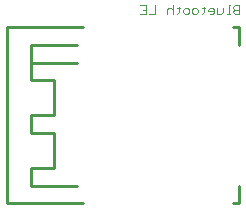
<source format=gbo>
G04 Layer_Color=32896*
%FSLAX44Y44*%
%MOMM*%
G71*
G01*
G75*
%ADD35C,0.2540*%
%ADD38C,0.1250*%
D35*
X84748Y234520D02*
X148448D01*
X84748Y85520D02*
X148448Y85520D01*
X104348Y100420D02*
X143548D01*
X104348Y115320D02*
X104348Y100420D01*
X104348Y115320D02*
X123948Y115320D01*
X123948Y145120D01*
X104348Y145120D02*
X123948Y145120D01*
X104348Y160020D02*
X104348Y145120D01*
X104348Y160020D02*
X123948Y160020D01*
X123948Y189820D02*
X123948Y160020D01*
X104348Y189820D02*
X123948D01*
X104348Y204720D02*
X104348Y189820D01*
X104348Y204720D02*
X143548D01*
X104348D02*
X104348Y219620D01*
X143548Y219620D01*
X84748Y234520D02*
X84748Y85520D01*
X280748Y85520D02*
X280748Y100420D01*
Y219620D02*
Y234520D01*
X275848Y234520D02*
X280748Y234520D01*
X275848Y85520D02*
X280748Y85520D01*
D38*
X281000Y253498D02*
Y246000D01*
X277251D01*
X276002Y247250D01*
Y248499D01*
X277251Y249749D01*
X281000D01*
X277251D01*
X276002Y250998D01*
Y252248D01*
X277251Y253498D01*
X281000D01*
X273502Y246000D02*
X271003D01*
X272253D01*
Y253498D01*
X273502D01*
X267254Y250998D02*
Y247250D01*
X266005Y246000D01*
X262256D01*
Y250998D01*
X256008Y246000D02*
X258507D01*
X259757Y247250D01*
Y249749D01*
X258507Y250998D01*
X256008D01*
X254758Y249749D01*
Y248499D01*
X259757D01*
X251010Y252248D02*
Y250998D01*
X252259D01*
X249760D01*
X251010D01*
Y247250D01*
X249760Y246000D01*
X244762D02*
X242262D01*
X241013Y247250D01*
Y249749D01*
X242262Y250998D01*
X244762D01*
X246011Y249749D01*
Y247250D01*
X244762Y246000D01*
X237264D02*
X234765D01*
X233515Y247250D01*
Y249749D01*
X234765Y250998D01*
X237264D01*
X238514Y249749D01*
Y247250D01*
X237264Y246000D01*
X229766Y252248D02*
Y250998D01*
X231016D01*
X228517D01*
X229766D01*
Y247250D01*
X228517Y246000D01*
X224768Y253498D02*
Y246000D01*
Y249749D01*
X223518Y250998D01*
X221019D01*
X219770Y249749D01*
Y246000D01*
X209773Y253498D02*
Y246000D01*
X204774D01*
X197277Y253498D02*
X202275D01*
Y246000D01*
X197277D01*
X202275Y249749D02*
X199776D01*
M02*

</source>
